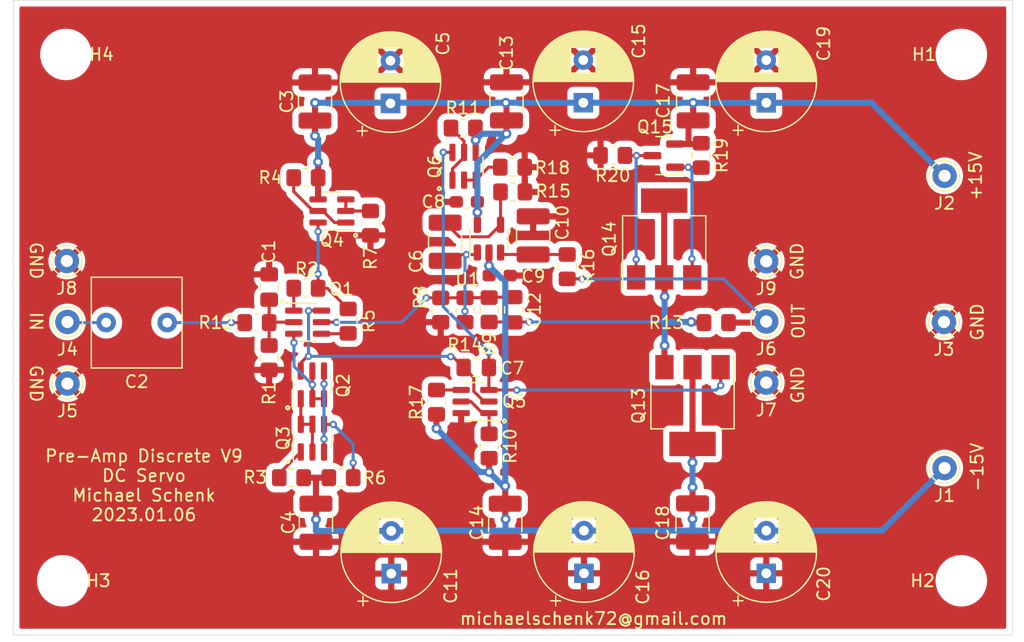
<source format=kicad_pcb>
(kicad_pcb (version 20211014) (generator pcbnew)
  (layers (0 "F.Cu" signal) (31 "B.Cu" signal) (34 "B.Paste" user) (35 "F.Paste" user) (36 "B.SilkS" user "B.Silkscreen") (37 "F.SilkS" user "F.Silkscreen") (38 "B.Mask" user) (39 "F.Mask" user) (44 "Edge.Cuts" user))
  (net 0 "")
  (net 1 "GND")
  (net 2 "+15V")
  (net 3 "Net-(C2-Pad2)")
  (net 4 "Net-(C2-Pad1)")
  (net 5 "-15V")
  (net 6 "Net-(C7-Pad1)")
  (net 7 "Net-(C10-Pad2)")
  (net 8 "Net-(C1-Pad2)")
  (net 9 "Net-(C7-Pad2)")
  (net 10 "Net-(C6-Pad2)")
  (net 11 "DCSERVO_OUT")
  (net 12 "DCSERVO_IN")
  (net 13 "Net-(Q1-Pad1)")
  (net 14 "Net-(Q1-Pad4)")
  (net 15 "Net-(Q1-Pad5)")
  (net 16 "Net-(Q3-Pad1)")
  (net 17 "Net-(Q2-Pad1)")
  (net 18 "Net-(Q14-Pad1)")
  (net 19 "Net-(Q14-Pad3)")
  (net 20 "Net-(Q2-Pad4)")
  (net 21 "Net-(Q3-Pad4)")
  (net 22 "Net-(Q4-Pad1)")
  (net 23 "Net-(Q4-Pad2)")
  (net 24 "Net-(Q4-Pad6)")
  (net 25 "Net-(Q5-Pad1)")
  (net 26 "Net-(Q5-Pad4)")
  (net 27 "Net-(Q6-Pad1)")
  (net 28 "Net-(Q6-Pad2)")
  (net 29 "Net-(Q1-Pad3)")
  (net 30 "Net-(Q13-Pad3)")
  (footprint "Capacitor_THT:C_Rect_L7.2mm_W7.2mm_P5.00mm_FKS2_FKP2_MKS2_MKP2" (layer "F.Cu") (at 134.54 122.3264 180)
    (fp_text reference "C2")
    (fp_text value "3.3uF")
  )
  (footprint "MountingHole:MountingHole_3.2mm_M3" (layer "F.Cu") (at 125.984 143.51)
    (fp_text reference "H3")
    (fp_text value "MountingHole")
  )
  (footprint "Connector_Pin:Pin_D1.0mm_L10.0mm" (layer "F.Cu") (at 126.365 122.2756)
    (fp_text reference "J4")
    (fp_text value "Conn_01x01")
  )
  (footprint "Connector_Pin:Pin_D1.0mm_L10.0mm" (layer "F.Cu") (at 126.365 127.3302)
    (fp_text reference "J5")
    (fp_text value "Conn_01x01")
  )
  (footprint "Package_SO:SC-74-6_1.5x2.9mm_P0.95mm" (layer "F.Cu") (at 158.877 109.4994 90)
    (fp_text reference "Q6")
    (fp_text value "BCM857DS,115")
  )
  (footprint "Resistor_SMD:R_0805_2012Metric_Pad1.20x1.40mm_HandSolder" (layer "F.Cu") (at 142.9004 125.206 -90)
    (fp_text reference "R1")
    (fp_text value "47k")
  )
  (footprint "Resistor_SMD:R_0805_2012Metric_Pad1.20x1.40mm_HandSolder" (layer "F.Cu") (at 145.9136 119.507 180)
    (fp_text reference "R2")
    (fp_text value "100R")
  )
  (footprint "Resistor_SMD:R_0805_2012Metric_Pad1.20x1.40mm_HandSolder" (layer "F.Cu") (at 144.7292 135.0518)
    (fp_text reference "R3")
    (fp_text value "68R")
  )
  (footprint "Resistor_SMD:R_0805_2012Metric_Pad1.20x1.40mm_HandSolder" (layer "F.Cu") (at 149.3774 122.2088 -90)
    (fp_text reference "R5")
    (fp_text value "100R")
  )
  (footprint "Resistor_SMD:R_0805_2012Metric_Pad1.20x1.40mm_HandSolder" (layer "F.Cu") (at 148.7932 135.0518 180)
    (fp_text reference "R6")
    (fp_text value "68R")
  )
  (footprint "Resistor_SMD:R_0805_2012Metric_Pad1.20x1.40mm_HandSolder" (layer "F.Cu") (at 160.9344 121.2756 90)
    (fp_text reference "R9")
    (fp_text value "10k")
  )
  (footprint "Resistor_SMD:R_0805_2012Metric_Pad1.20x1.40mm_HandSolder" (layer "F.Cu") (at 160.9344 132.4516 -90)
    (fp_text reference "R10")
    (fp_text value "1k")
  )
  (footprint "MountingHole:MountingHole_3.2mm_M3" (layer "F.Cu") (at 199.644 143.51)
    (fp_text reference "H2")
    (fp_text value "MountingHole")
  )
  (footprint "MountingHole:MountingHole_3.2mm_M3" (layer "F.Cu") (at 199.644 100.33)
    (fp_text reference "H1")
    (fp_text value "MountingHole")
  )
  (footprint "Resistor_SMD:R_0805_2012Metric_Pad1.20x1.40mm_HandSolder" (layer "F.Cu") (at 158.8102 106.3697 180)
    (fp_text reference "R11")
    (fp_text value "75R")
  )
  (footprint "MountingHole:MountingHole_3.2mm_M3" (layer "F.Cu") (at 126.238 100.33)
    (fp_text reference "H4")
    (fp_text value "MountingHole")
  )
  (footprint "Resistor_SMD:R_0805_2012Metric_Pad1.20x1.40mm_HandSolder" (layer "F.Cu") (at 156.9659 121.2944 -90)
    (fp_text reference "R8")
    (fp_text value "4.7k")
  )
  (footprint "Connector_Pin:Pin_D1.0mm_L10.0mm" (layer "F.Cu") (at 183.652176 122.2375)
    (fp_text reference "J6")
    (fp_text value "Conn_01x01")
  )
  (footprint "Connector_Pin:Pin_D1.0mm_L10.0mm" (layer "F.Cu") (at 183.652176 127.254)
    (fp_text reference "J7")
    (fp_text value "Conn_01x01")
  )
  (footprint "Resistor_SMD:R_0805_2012Metric_Pad1.20x1.40mm_HandSolder" (layer "F.Cu") (at 179.553376 122.3264 180)
    (fp_text reference "R13")
    (fp_text value "47R")
  )
  (footprint "Capacitor_SMD:C_1210_3225Metric_Pad1.33x2.70mm_HandSolder" (layer "F.Cu") (at 157.3287 115.6931 90)
    (fp_text reference "C6")
    (fp_text value "1uF/16V")
  )
  (footprint "Capacitor_SMD:C_0603_1608Metric_Pad1.08x0.95mm_HandSolder" (layer "F.Cu") (at 159.1078 112.4204)
    (fp_text reference "C8")
    (fp_text value "100nF")
  )
  (footprint "Capacitor_SMD:C_0603_1608Metric_Pad1.08x0.95mm_HandSolder" (layer "F.Cu") (at 161.798 118.4656 180)
    (fp_text reference "C9")
    (fp_text value "100nF")
  )
  (footprint "Capacitor_SMD:C_1210_3225Metric_Pad1.33x2.70mm_HandSolder" (layer "F.Cu") (at 164.5423 115.1759 -90)
    (fp_text reference "C10")
    (fp_text value "1uF/16V")
  )
  (footprint "Connector_Pin:Pin_D1.0mm_L10.0mm" (layer "F.Cu") (at 198.2724 134.2644)
    (fp_text reference "J1")
    (fp_text value "Conn_01x01")
  )
  (footprint "Connector_Pin:Pin_D1.0mm_L10.0mm" (layer "F.Cu") (at 198.2724 110.2868)
    (fp_text reference "J2")
    (fp_text value "Conn_01x01")
  )
  (footprint "Connector_Pin:Pin_D1.0mm_L10.0mm" (layer "F.Cu") (at 198.2216 122.2756)
    (fp_text reference "J3")
    (fp_text value "Conn_01x01")
  )
  (footprint "Package_SO:SC-74-6_1.5x2.9mm_P0.95mm" (layer "F.Cu") (at 146.4462 131.8061 90)
    (fp_text reference "Q3")
    (fp_text value "BCM847DS,115")
  )
  (footprint "Package_SO:SC-74-6_1.5x2.9mm_P0.95mm" (layer "F.Cu") (at 148.0464 113.168655 180)
    (fp_text reference "Q4")
    (fp_text value "BCM857DS,115")
  )
  (footprint "Resistor_SMD:R_0805_2012Metric_Pad1.20x1.40mm_HandSolder" (layer "F.Cu") (at 145.9136 110.4392 180)
    (fp_text reference "R4")
    (fp_text value "150R")
  )
  (footprint "Resistor_SMD:R_0805_2012Metric_Pad1.20x1.40mm_HandSolder" (layer "F.Cu") (at 151.2062 114.170955 -90)
    (fp_text reference "R7")
    (fp_text value "10k")
  )
  (footprint "Resistor_SMD:R_0805_2012Metric_Pad1.20x1.40mm_HandSolder" (layer "F.Cu") (at 158.9532 121.2944 90)
    (fp_text reference "R14")
    (fp_text value "47k")
  )
  (footprint "Resistor_SMD:R_0805_2012Metric_Pad1.20x1.40mm_HandSolder" (layer "F.Cu") (at 162.8648 111.6076)
    (fp_text reference "R15")
    (fp_text value "160k")
  )
  (footprint "Resistor_SMD:R_0805_2012Metric_Pad1.20x1.40mm_HandSolder" (layer "F.Cu") (at 167.3352 117.7384 90)
    (fp_text reference "R16")
    (fp_text value "160k")
  )
  (footprint "Package_TO_SOT_SMD:TSOT-23-5" (layer "F.Cu") (at 160.9203 115.4411 90)
    (fp_text reference "U1")
    (fp_text value "OPA188xxDBV")
  )
  (footprint "Capacitor_SMD:C_0805_2012Metric_Pad1.18x1.45mm_HandSolder" (layer "F.Cu") (at 159.8809 126.0094 180)
    (fp_text reference "C7")
    (fp_text value "150pF/2%/Film")
  )
  (footprint "Package_SO:SC-74-6_1.5x2.9mm_P0.95mm" (layer "F.Cu") (at 146.0555 122.2908)
    (fp_text reference "Q1")
    (fp_text value "BCM857DS,115")
  )
  (footprint "Package_SO:SC-74-6_1.5x2.9mm_P0.95mm" (layer "F.Cu") (at 146.4412 127.4373 90)
    (fp_text reference "Q2")
    (fp_text value "BCM847DS,115")
  )
  (footprint "Package_SO:SC-74-6_1.5x2.9mm_P0.95mm" (layer "F.Cu") (at 159.7754 128.8034 180)
    (fp_text reference "Q5")
    (fp_text value "BCM847DS,115")
  )
  (footprint "Resistor_SMD:R_0805_2012Metric_Pad1.20x1.40mm_HandSolder" (layer "F.Cu") (at 171.069776 108.6104 180)
    (fp_text reference "R20")
    (fp_text value "10k")
  )
  (footprint "Package_TO_SOT_SMD:SOT-223-3_TabPin2" (layer "F.Cu") (at 175.284176 115.468 90)
    (fp_text reference "Q14")
    (fp_text value "DZT5401")
  )
  (footprint "Capacitor_THT:CP_Radial_D8.0mm_P3.50mm" (layer "F.Cu") (at 168.7068 142.8952 90)
    (fp_text reference "C16")
    (fp_text value "220uF")
  )
  (footprint "Capacitor_SMD:C_1210_3225Metric_Pad1.33x2.70mm_HandSolder" (layer "F.Cu") (at 177.657776 104.1785 -90)
    (fp_text reference "C17")
    (fp_text value "100nF")
  )
  (footprint "Resistor_SMD:R_0805_2012Metric_Pad1.20x1.40mm_HandSolder" (layer "F.Cu") (at 156.6164 128.8542 -90)
    (fp_text reference "R17")
    (fp_text value "56")
  )
  (footprint "Connector_Pin:Pin_D1.0mm_L10.0mm" (layer "F.Cu") (at 126.3142 117.2718)
    (fp_text reference "J8")
    (fp_text value "Conn_01x01")
  )
  (footprint "Capacitor_THT:CP_Radial_D8.0mm_P3.50mm" (layer "F.Cu") (at 152.846212 104.3432 90)
    (fp_text reference "C5")
    (fp_text value "220uF")
  )
  (footprint "Capacitor_SMD:C_1210_3225Metric_Pad1.33x2.70mm_HandSolder" (layer "F.Cu") (at 146.7358 138.7471 -90)
    (fp_text reference "C4")
    (fp_text value "100nF")
  )
  (footprint "Package_TO_SOT_SMD:SOT-23" (layer "F.Cu") (at 175.247076 108.6256 180)
    (fp_text reference "Q15")
    (fp_text value "BC860C")
  )
  (footprint "Resistor_SMD:R_0805_2012Metric_Pad1.20x1.40mm_HandSolder" (layer "F.Cu") (at 178.318176 108.6104 -90)
    (fp_text reference "R19")
    (fp_text value "40.2R")
  )
  (footprint "Capacitor_THT:CP_Radial_D8.0mm_P3.50mm" (layer "F.Cu") (at 183.652176 104.2924 90)
    (fp_text reference "C19")
    (fp_text value "220uF")
  )
  (footprint "Connector_Pin:Pin_D1.0mm_L10.0mm" (layer "F.Cu") (at 183.652176 117.2972)
    (fp_text reference "J9")
    (fp_text value "Conn_01x01")
  )
  (footprint "Capacitor_THT:CP_Radial_D8.0mm_P3.50mm" (layer "F.Cu") (at 168.654107 104.2872 90)
    (fp_text reference "C15")
    (fp_text value "220uF")
  )
  (footprint "Capacitor_SMD:C_1210_3225Metric_Pad1.33x2.70mm_HandSolder" (layer "F.Cu") (at 162.3568 104.1785 -90)
    (fp_text reference "C13")
    (fp_text value "100nF")
  )
  (footprint "Resistor_SMD:R_0805_2012Metric_Pad1.20x1.40mm_HandSolder" (layer "F.Cu") (at 162.8488 109.5756)
    (fp_text reference "R18")
    (fp_text value "10k")
  )
  (footprint "Capacitor_SMD:C_0805_2012Metric_Pad1.18x1.45mm_HandSolder" (layer "F.Cu") (at 162.941 121.2756 90)
    (fp_text reference "C12")
    (fp_text value "10pF/COG")
  )
  (footprint "Capacitor_SMD:C_1210_3225Metric_Pad1.33x2.70mm_HandSolder" (layer "F.Cu") (at 146.6596 104.1908 -90)
    (fp_text reference "C3")
    (fp_text value "100nF")
  )
  (footprint "Resistor_SMD:R_0805_2012Metric_Pad1.20x1.40mm_HandSolder" (layer "F.Cu") (at 141.9004 122.3264)
    (fp_text reference "R12")
    (fp_text value "0R")
  )
  (footprint "Capacitor_SMD:C_1210_3225Metric_Pad1.33x2.70mm_HandSolder" (layer "F.Cu") (at 177.606976 138.7225 -90)
    (fp_text reference "C18")
    (fp_text value "100nF")
  )
  (footprint "Package_TO_SOT_SMD:SOT-223-3_TabPin2" (layer "F.Cu") (at 177.606976 129.134 -90)
    (fp_text reference "Q13")
    (fp_text value "DZT5401")
  )
  (footprint "Capacitor_SMD:C_1210_3225Metric_Pad1.33x2.70mm_HandSolder" (layer "F.Cu") (at 162.2552 138.7471 -90)
    (fp_text reference "C14")
    (fp_text value "100nF")
  )
  (footprint "Capacitor_SMD:C_0805_2012Metric_Pad1.18x1.45mm_HandSolder" (layer "F.Cu") (at 142.9004 119.4093 -90)
    (fp_text reference "C1")
    (fp_text value "33p")
  )
  (footprint "Capacitor_THT:CP_Radial_D8.0mm_P3.50mm" (layer "F.Cu") (at 183.652176 142.8952 90)
    (fp_text reference "C20")
    (fp_text value "220uF")
  )
  (footprint "Capacitor_THT:CP_Radial_D8.0mm_P3.50mm" (layer "F.Cu") (at 152.908 142.9206 90)
    (fp_text reference "C11")
    (fp_text value "220uF")
  )
  (gr_line (start 203.835 95.885) (end 121.92 95.885) (layer "Edge.Cuts") (width 0.05))
  (gr_line (start 203.835 147.955) (end 203.835 95.885) (layer "Edge.Cuts") (width 0.05))
  (gr_line (start 121.92 95.885) (end 121.92 96.52) (layer "Edge.Cuts") (width 0.05))
  (gr_line (start 121.92 96.52) (end 121.92 147.955) (layer "Edge.Cuts") (width 0.05))
  (gr_line (start 121.92 147.955) (end 203.835 147.955) (layer "Edge.Cuts") (width 0.05))
  (gr_text "GND" (at 186.2328 127.4318 90) (layer "F.SilkS") (effects (font (size 1 1))))
  (gr_text "OUT" (at 186.2836 122.2248 90) (layer "F.SilkS") (effects (font (size 1 1))))
  (gr_text "GND" (at 200.9521 122.2756 90) (layer "F.SilkS") (effects (font (size 1 1))))
  (gr_text "Pre-Amp Discrete V9\nDC Servo\nMichael Schenk\n2023.01.06" (at 132.6388 135.6868) (layer "F.SilkS") (effects (font (size 1 1))))
  (gr_text "michaelschenk72@gmail.com" (at 169.4942 146.6088) (layer "F.SilkS") (effects (font (size 1 1))))
  (gr_text "+15V" (at 200.8124 110.2868 90) (layer "F.SilkS") (effects (font (size 1 1))))
  (gr_text "°" (at 144.4244 129.7178) (layer "F.SilkS") (effects (font (size 1 1))))
  (gr_text "GND" (at 186.182 117.2972 90) (layer "F.SilkS") (effects (font (size 1 1))))
  (gr_text "IN" (at 123.7996 122.2248 270) (layer "F.SilkS") (effects (font (size 1 1))))
  (gr_text "°" (at 144.4244 134.112) (layer "F.SilkS") (effects (font (size 1 1))))
  (gr_text "GND" (at 123.7996 117.2464 270) (layer "F.SilkS") (effects (font (size 1 1))))
  (gr_text "°" (at 156.845 111.7346) (layer "F.SilkS") (effects (font (size 1 1))))
  (gr_text "-15V" (at 200.9394 134.1882 90) (layer "F.SilkS") (effects (font (size 1 1))))
  (gr_text "°" (at 149.987 115.57) (layer "F.SilkS") (effects (font (size 1 1))))
  (gr_text "°" (at 143.9418 120.9802) (layer "F.SilkS") (effects (font (size 1 1))))
  (gr_text "°" (at 162.179 130.81) (layer "F.SilkS") (effects (font (size 1 1))))
  (gr_text "GND" (at 123.7996 127.3302 270) (layer "F.SilkS") (effects (font (size 1 1))))
  (segment (start 162.3568 105.741) (end 162.3568 104.3432) (width 0.5) (layer "F.Cu") (net 2))
  (segment (start 146.6596 104.2924) (end 146.6596 105.7533) (width 0.5) (layer "F.Cu") (net 2))
  (segment (start 162.3568 104.3432) (end 162.3008 104.2872) (width 0.5) (layer "F.Cu") (net 2))
  (segment (start 146.9136 110.4392) (end 146.9136 109.1438) (width 0.5) (layer "F.Cu") (net 2))
  (segment (start 146.9089 112.218655) (end 146.9089 110.4439) (width 0.5) (layer "F.Cu") (net 2))
  (segment (start 177.657776 105.741) (end 177.657776 104.2924) (width 0.5) (layer "F.Cu") (net 2))
  (segment (start 162.3568 105.741) (end 162.3568 106.8324) (width 0.5) (layer "F.Cu") (net 2))
  (segment (start 159.827 107.3556) (end 159.827 106.3865) (width 0.5) (layer "F.Cu") (net 2))
  (segment (start 177.281776 107.6756) (end 177.281776 106.117) (width 0.5) (layer "F.Cu") (net 2))
  (segment (start 159.9703 114.3036) (end 159.9703 113.2829) (width 0.5) (layer "F.Cu") (net 2))
  (segment (start 159.827 106.3865) (end 159.8102 106.3697) (width 0.5) (layer "F.Cu") (net 2))
  (segment (start 146.9089 110.4439) (end 146.9136 110.4392) (width 0.5) (layer "F.Cu") (net 2))
  (segment (start 146.6596 107.0102) (end 146.6596 105.7533) (width 0.5) (layer "F.Cu") (net 2))
  (segment (start 159.827 108.3619) (end 159.827 107.3556) (width 0.5) (layer "F.Cu") (net 2))
  (segment (start 177.281776 107.6756) (end 178.252976 107.6756) (width 0.5) (layer "F.Cu") (net 2))
  (segment (start 159.9703 113.2829) (end 159.9703 112.4204) (width 0.5) (layer "F.Cu") (net 2))
  (segment (start 176.184576 107.6756) (end 177.281776 107.6756) (width 0.5) (layer "F.Cu") (net 2))
  (via (at 159.827 107.3556) (size 0.8) (drill 0.4) (layers "F.Cu" "B.Cu") (net 2))
  (via (at 146.6596 104.2924) (size 0.8) (drill 0.4) (layers "F.Cu" "B.Cu") (net 2))
  (via (at 146.6596 107.0102) (size 0.8) (drill 0.4) (layers "F.Cu" "B.Cu") (net 2))
  (via (at 159.9703 113.2829) (size 0.8) (drill 0.4) (layers "F.Cu" "B.Cu") (net 2))
  (via (at 162.3008 104.2872) (size 0.8) (drill 0.4) (layers "F.Cu" "B.Cu") (net 2))
  (via (at 162.3568 106.8324) (size 0.8) (drill 0.4) (layers "F.Cu" "B.Cu") (net 2))
  (via (at 177.657776 104.2924) (size 0.8) (drill 0.4) (layers "F.Cu" "B.Cu") (net 2))
  (via (at 146.9136 109.1438) (size 0.8) (drill 0.4) (layers "F.Cu" "B.Cu") (net 2))
  (segment (start 177.652576 104.2872) (end 168.654107 104.2872) (width 0.5) (layer "B.Cu") (net 2))
  (segment (start 177.657776 104.2924) (end 177.652576 104.2872) (width 0.5) (layer "B.Cu") (net 2))
  (segment (start 162.3008 104.2872) (end 150.5764 104.2872) (width 0.5) (layer "B.Cu") (net 2))
  (segment (start 168.654107 104.2872) (end 162.3008 104.2872) (width 0.5) (layer "B.Cu") (net 2))
  (segment (start 160.3502 106.8324) (end 159.827 107.3556) (width 0.5) (layer "B.Cu") (net 2))
  (segment (start 146.9136 107.2642) (end 146.6596 107.0102) (width 0.5) (layer "B.Cu") (net 2))
  (segment (start 159.9703 109.2189) (end 162.3568 106.8324) (width 0.5) (layer "B.Cu") (net 2))
  (segment (start 150.5764 104.2872) (end 150.5712 104.2924) (width 0.5) (layer "B.Cu") (net 2))
  (segment (start 150.5712 104.2924) (end 146.6596 104.2924) (width 0.5) (layer "B.Cu") (net 2))
  (segment (start 183.652176 104.2924) (end 177.657776 104.2924) (width 0.5) (layer "B.Cu") (net 2))
  (segment (start 162.3568 106.8324) (end 160.3502 106.8324) (width 0.5) (layer "B.Cu") (net 2))
  (segment (start 183.652176 104.2924) (end 192.278 104.2924) (width 0.5) (layer "B.Cu") (net 2))
  (segment (start 192.278 104.2924) (end 198.2724 110.2868) (width 0.5) (layer "B.Cu") (net 2))
  (segment (start 146.9136 109.1438) (end 146.9136 107.2642) (width 0.5) (layer "B.Cu") (net 2))
  (segment (start 159.9703 113.2829) (end 159.9703 109.2189) (width 0.5) (layer "B.Cu") (net 2))
  (segment (start 129.54 122.3264) (end 126.4158 122.3264) (width 0.25) (layer "B.Cu") (net 3))
  (segment (start 140.9004 122.3264) (end 139.8016 122.3264) (width 0.25) (layer "F.Cu") (net 4))
  (via (at 139.8016 122.3264) (size 0.6) (drill 0.3) (layers "F.Cu" "B.Cu") (net 4))
  (segment (start 139.8016 122.3264) (end 134.54 122.3264) (width 0.25) (layer "B.Cu") (net 4))
  (segment (start 146.7358 138.4808) (end 146.7358 137.1846) (width 0.5) (layer "F.Cu") (net 5))
  (segment (start 146.7358 135.0518) (end 145.7292 135.0518) (width 0.5) (layer "F.Cu") (net 5))
  (segment (start 160.9203 117.6669) (end 160.9203 118.4504) (width 0.5) (layer "F.Cu") (net 5))
  (segment (start 160.9344 133.4516) (end 160.9344 134.5946) (width 0.5) (layer "F.Cu") (net 5))
  (segment (start 177.606976 132.284) (end 177.606976 125.984) (width 0.5) (layer "F.Cu") (net 5))
  (segment (start 146.7358 137.1846) (end 146.7358 135.0518) (width 0.5) (layer "F.Cu") (net 5))
  (segment (start 177.606976 133.8072) (end 177.606976 132.284) (width 0.5) (layer "F.Cu") (net 5))
  (segment (start 162.2552 137.1846) (end 162.2552 138.43) (width 0.5) (layer "F.Cu") (net 5))
  (segment (start 160.9203 116.5786) (end 160.9203 117.6669) (width 0.5) (layer "F.Cu") (net 5))
  (segment (start 177.606976 137.16) (end 177.606976 138.43) (width 0.5) (layer "F.Cu") (net 5))
  (segment (start 147.7932 135.0518) (end 146.7358 135.0518) (width 0.5) (layer "F.Cu") (net 5))
  (segment (start 156.6164 129.8542) (end 156.6164 131.0132) (width 0.5) (layer "F.Cu") (net 5))
  (segment (start 177.606976 137.16) (end 177.606976 135.8392) (width 0.5) (layer "F.Cu") (net 5))
  (segment (start 162.2552 138.43) (end 162.2806 138.4554) (width 0.5) (layer "F.Cu") (net 5))
  (segment (start 162.2552 137.1846) (end 162.2552 135.7376) (width 0.5) (layer "F.Cu") (net 5))
  (via (at 162.2552 135.7376) (size 0.8) (drill 0.4) (layers "F.Cu" "B.Cu") (net 5))
  (via (at 177.606976 138.43) (size 0.8) (drill 0.4) (layers "F.Cu" "B.Cu") (net 5))
  (via (at 160.9203 117.6669) (size 0.8) (drill 0.4) (layers "F.Cu" "B.Cu") (net 5))
  (via (at 177.606976 135.8392) (size 0.8) (drill 0.4) (layers "F.Cu" "B.Cu") (net 5))
  (via (at 162.2806 138.4554) (size 0.8) (drill 0.4) (layers "F.Cu" "B.Cu") (net 5))
  (via (at 156.6164 131.0132) (size 0.8) (drill 0.4) (layers "F.Cu" "B.Cu") (net 5))
  (via (at 146.7358 138.4808) (size 0.8) (drill 0.4) (layers "F.Cu" "B.Cu") (net 5))
  (via (at 177.606976 133.8072) (size 0.8) (drill 0.4) (layers "F.Cu" "B.Cu") (net 5))
  (via (at 160.9344 134.5946) (size 0.8) (drill 0.4) (layers "F.Cu" "B.Cu") (net 5))
  (segment (start 177.606976 138.43) (end 177.606976 139.192) (width 0.5) (layer "B.Cu") (net 5))
  (segment (start 177.403776 139.3952) (end 168.7068 139.3952) (width 0.5) (layer "B.Cu") (net 5))
  (segment (start 183.652176 139.3952) (end 177.403776 139.3952) (width 0.5) (layer "B.Cu") (net 5))
  (segment (start 162.2552 119.0018) (end 160.9203 117.6669) (width 0.5) (layer "B.Cu") (net 5))
  (segment (start 168.7068 139.3952) (end 162.2806 139.3952) (width 0.5) (layer "B.Cu") (net 5))
  (segment (start 162.0774 135.7376) (end 160.9344 134.5946) (width 0.5) (layer "B.Cu") (net 5))
  (segment (start 162.2806 138.4554) (end 162.2806 139.3952) (width 0.5) (layer "B.Cu") (net 5))
  (segment (start 162.2552 135.7376) (end 162.0774 135.7376) (width 0.5) (layer "B.Cu") (net 5))
  (segment (start 193.1416 139.3952) (end 198.2724 134.2644) (width 0.5) (layer "B.Cu") (net 5))
  (segment (start 177.606976 139.192) (end 177.403776 139.3952) (width 0.5) (layer "B.Cu") (net 5))
  (segment (start 183.652176 139.3952) (end 193.1416 139.3952) (width 0.5) (layer "B.Cu") (net 5))
  (segment (start 177.606976 135.8392) (end 177.606976 133.8072) (width 0.5) (layer "B.Cu") (net 5))
  (segment (start 162.2806 139.3952) (end 152.9334 139.3952) (width 0.5) (layer "B.Cu") (net 5))
  (segment (start 146.7358 139.4206) (end 146.7358 138.4808) (width 0.5) (layer "B.Cu") (net 5))
  (segment (start 152.908 139.4206) (end 146.7358 139.4206) (width 0.5) (layer "B.Cu") (net 5))
  (segment (start 160.9344 134.5946) (end 160.1978 134.5946) (width 0.5) (layer "B.Cu") (net 5))
  (segment (start 162.2552 135.7376) (end 162.2552 119.0018) (width 0.5) (layer "B.Cu") (net 5))
  (segment (start 160.1978 134.5946) (end 156.6164 131.0132) (width 0.5) (layer "B.Cu") (net 5))
  (segment (start 160.9129 127.8534) (end 163.1848 127.8534) (width 0.25) (layer "F.Cu") (net 6))
  (segment (start 160.909 124.7648) (end 160.909 126) (width 0.25) (layer "F.Cu") (net 6))
  (segment (start 160.9129 126.0149) (end 160.9184 126.0094) (width 0.25) (layer "F.Cu") (net 6))
  (segment (start 163.1848 127.8534) (end 163.195 127.8636) (width 0.25) (layer "F.Cu") (net 6))
  (segment (start 160.909 126) (end 160.9184 126.0094) (width 0.25) (layer "F.Cu") (net 6))
  (segment (start 160.9129 127.8534) (end 160.9129 126.0149) (width 0.25) (layer "F.Cu") (net 6))
  (segment (start 179.918376 127.4826) (end 179.918376 125.9954) (width 0.25) (layer "F.Cu") (net 6))
  (segment (start 157.1807 108.3619) (end 157.1752 108.3564) (width 0.25) (layer "F.Cu") (net 6))
  (segment (start 157.927 108.3619) (end 157.1807 108.3619) (width 0.25) (layer "F.Cu") (net 6))
  (via (at 160.909 124.7648) (size 0.6) (drill 0.3) (layers "F.Cu" "B.Cu") (net 6))
  (via (at 179.918376 127.4826) (size 0.6) (drill 0.3) (layers "F.Cu" "B.Cu") (net 6))
  (via (at 157.1752 108.3564) (size 0.6) (drill 0.3) (layers "F.Cu" "B.Cu") (net 6))
  (via (at 163.195 127.8636) (size 0.6) (drill 0.3) (layers "F.Cu" "B.Cu") (net 6))
  (segment (start 157.1752 108.3564) (end 157.1752 121.031) (width 0.25) (layer "B.Cu") (net 6))
  (segment (start 179.537376 127.8636) (end 179.918376 127.4826) (width 0.25) (layer "B.Cu") (net 6))
  (segment (start 163.195 127.8636) (end 179.537376 127.8636) (width 0.25) (layer "B.Cu") (net 6))
  (segment (start 157.1752 121.031) (end 160.909 124.7648) (width 0.25) (layer "B.Cu") (net 6))
  (segment (start 167.3352 116.7384) (end 164.5423 116.7384) (width 0.25) (layer "F.Cu") (net 7))
  (segment (start 164.5423 116.7384) (end 161.883 116.7384) (width 0.25) (layer "F.Cu") (net 7))
  (segment (start 144.918 122.2908) (end 142.936 122.2908) (width 0.25) (layer "F.Cu") (net 8))
  (segment (start 142.936 122.2908) (end 142.9004 122.3264) (width 0.25) (layer "F.Cu") (net 8))
  (segment (start 142.9004 124.206) (end 142.9004 122.3264) (width 0.25) (layer "F.Cu") (net 8))
  (segment (start 142.9004 122.3264) (end 142.9004 120.4468) (width 0.25) (layer "F.Cu") (net 8))
  (segment (start 157.7848 125.1204) (end 157.9544 125.1204) (width 0.25) (layer "F.Cu") (net 9))
  (segment (start 146.1262 125.095) (end 146.0246 125.095) (width 0.25) (layer "F.Cu") (net 9))
  (segment (start 159.6754 126.8414) (end 158.8434 126.0094) (width 0.25) (layer "F.Cu") (net 9))
  (segment (start 160.9129 128.8034) (end 160.514004 128.8034) (width 0.25) (layer "F.Cu") (net 9))
  (segment (start 160.514004 128.8034) (end 159.6754 127.964796) (width 0.25) (layer "F.Cu") (net 9))
  (segment (start 159.6754 127.964796) (end 159.6754 126.8414) (width 0.25) (layer "F.Cu") (net 9))
  (segment (start 157.9544 125.1204) (end 158.8434 126.0094) (width 0.25) (layer "F.Cu") (net 9))
  (segment (start 146.1504 121.3408) (end 146.13 121.3612) (width 0.25) (layer "F.Cu") (net 9))
  (segment (start 147.193 121.3408) (end 146.1504 121.3408) (width 0.25) (layer "F.Cu") (net 9))
  (segment (start 146.0246 125.095) (end 145.542 125.5776) (width 0.25) (layer "F.Cu") (net 9))
  (via (at 146.1262 125.095) (size 0.6) (drill 0.3) (layers "F.Cu" "B.Cu") (net 9))
  (via (at 157.7848 125.1204) (size 0.6) (drill 0.3) (layers "F.Cu" "B.Cu") (net 9))
  (via (at 146.13 121.3612) (size 0.6) (drill 0.3) (layers "F.Cu" "B.Cu") (net 9))
  (segment (start 157.7594 125.095) (end 157.7848 125.1204) (width 0.25) (layer "B.Cu") (net 9))
  (segment (start 146.1262 121.365) (end 146.1262 125.095) (width 0.25) (layer "B.Cu") (net 9))
  (segment (start 146.13 121.3612) (end 146.1262 121.365) (width 0.25) (layer "B.Cu") (net 9))
  (segment (start 146.1262 125.095) (end 157.7594 125.095) (width 0.25) (layer "B.Cu") (net 9))
  (segment (start 161.8703 114.3036) (end 161.8703 111.6131) (width 0.25) (layer "F.Cu") (net 10))
  (segment (start 161.8703 114.3036) (end 160.8828 115.2911) (width 0.25) (layer "F.Cu") (net 10))
  (segment (start 158.4892 115.2911) (end 157.3287 114.1306) (width 0.25) (layer "F.Cu") (net 10))
  (segment (start 160.8828 115.2911) (end 158.4892 115.2911) (width 0.25) (layer "F.Cu") (net 10))
  (segment (start 159.0686 116.7511) (end 157.8332 116.7511) (width 0.25) (layer "F.Cu") (net 11))
  (segment (start 158.9532 122.2944) (end 158.9532 121.3939) (width 0.25) (layer "F.Cu") (net 11))
  (segment (start 159.9703 116.7511) (end 159.0686 116.7511) (width 0.25) (layer "F.Cu") (net 11))
  (via (at 159.0686 116.7511) (size 0.6) (drill 0.3) (layers "F.Cu" "B.Cu") (net 11))
  (via (at 158.9532 121.3939) (size 0.6) (drill 0.3) (layers "F.Cu" "B.Cu") (net 11))
  (segment (start 158.9532 121.3939) (end 158.9532 116.8665) (width 0.25) (layer "B.Cu") (net 11))
  (segment (start 158.9532 116.8665) (end 159.0686 116.7511) (width 0.25) (layer "B.Cu") (net 11))
  (segment (start 167.3352 118.7384) (end 168.5478 118.7384) (width 0.25) (layer "F.Cu") (net 12))
  (segment (start 180.553376 122.3264) (end 183.563276 122.3264) (width 0.5) (layer "F.Cu") (net 12))
  (segment (start 168.5478 118.7384) (end 168.5544 118.745) (width 0.25) (layer "F.Cu") (net 12))
  (via (at 168.5544 118.745) (size 0.6) (drill 0.3) (layers "F.Cu" "B.Cu") (net 12))
  (segment (start 180.159676 118.745) (end 183.652176 122.2375) (width 0.25) (layer "B.Cu") (net 12))
  (segment (start 168.5544 118.745) (end 180.159676 118.745) (width 0.25) (layer "B.Cu") (net 12))
  (segment (start 144.918 121.3408) (end 144.918 119.5114) (width 0.25) (layer "F.Cu") (net 13))
  (segment (start 144.918 119.5114) (end 144.9136 119.507) (width 0.25) (layer "F.Cu") (net 13))
  (segment (start 147.193 123.2408) (end 149.3454 123.2408) (width 0.25) (layer "F.Cu") (net 14))
  (segment (start 149.3454 123.2408) (end 149.3774 123.2088) (width 0.25) (layer "F.Cu") (net 14))
  (segment (start 148.403535 122.2908) (end 148.41995 122.307215) (width 0.25) (layer "F.Cu") (net 15))
  (segment (start 155.7782 120.2944) (end 156.9659 120.2944) (width 0.25) (layer "F.Cu") (net 15))
  (segment (start 160.9344 120.2756) (end 158.972 120.2756) (width 0.25) (layer "F.Cu") (net 15))
  (segment (start 162.941 120.2381) (end 160.9719 120.2381) (width 0.25) (layer "F.Cu") (net 15))
  (segment (start 158.9532 120.2944) (end 156.9659 120.2944) (width 0.25) (layer "F.Cu") (net 15))
  (segment (start 160.9719 120.2381) (end 160.9344 120.2756) (width 0.25) (layer "F.Cu") (net 15))
  (segment (start 147.193 122.2908) (end 148.403535 122.2908) (width 0.25) (layer "F.Cu") (net 15))
  (via (at 155.7782 120.2944) (size 0.6) (drill 0.3) (layers "F.Cu" "B.Cu") (net 15))
  (via (at 148.41995 122.307215) (size 0.6) (drill 0.3) (layers "F.Cu" "B.Cu") (net 15))
  (segment (start 148.41995 122.307215) (end 153.765385 122.307215) (width 0.25) (layer "B.Cu") (net 15))
  (segment (start 153.765385 122.307215) (end 155.7782 120.2944) (width 0.25) (layer "B.Cu") (net 15))
  (segment (start 143.7292 134.7106) (end 145.4962 132.9436) (width 0.25) (layer "F.Cu") (net 16))
  (segment (start 143.7292 135.0518) (end 143.7292 134.7106) (width 0.25) (layer "F.Cu") (net 16))
  (segment (start 146.4462 132.9436) (end 146.4462 130.6686) (width 0.25) (layer "F.Cu") (net 17))
  (segment (start 145.4962 128.5798) (end 145.4912 128.5748) (width 0.25) (layer "F.Cu") (net 17))
  (segment (start 146.4462 130.6686) (end 145.4962 130.6686) (width 0.25) (layer "F.Cu") (net 17))
  (segment (start 145.4962 130.6686) (end 145.4962 128.5798) (width 0.25) (layer "F.Cu") (net 17))
  (segment (start 172.984176 118.618) (end 172.984176 117.1448) (width 0.25) (layer "F.Cu") (net 18))
  (segment (start 173.019776 108.6256) (end 172.084976 108.6256) (width 0.25) (layer "F.Cu") (net 18))
  (segment (start 174.309576 108.6256) (end 173.019776 108.6256) (width 0.25) (layer "F.Cu") (net 18))
  (via (at 173.019776 108.6256) (size 0.6) (drill 0.3) (layers "F.Cu" "B.Cu") (net 18))
  (via (at 172.984176 117.1448) (size 0.6) (drill 0.3) (layers "F.Cu" "B.Cu") (net 18))
  (segment (start 172.984176 117.1448) (end 172.984176 108.6612) (width 0.25) (layer "B.Cu") (net 18))
  (segment (start 172.984176 108.6612) (end 173.019776 108.6256) (width 0.25) (layer "B.Cu") (net 18))
  (segment (start 177.584176 117.122) (end 177.556176 117.094) (width 0.25) (layer "F.Cu") (net 19))
  (segment (start 176.184576 109.5756) (end 177.251376 109.5756) (width 0.25) (layer "F.Cu") (net 19))
  (segment (start 177.584176 118.618) (end 177.584176 117.122) (width 0.25) (layer "F.Cu") (net 19))
  (segment (start 177.251376 109.5756) (end 178.283376 109.5756) (width 0.25) (layer "F.Cu") (net 19))
  (via (at 177.556176 117.094) (size 0.6) (drill 0.3) (layers "F.Cu" "B.Cu") (net 19))
  (via (at 177.251376 109.5756) (size 0.6) (drill 0.3) (layers "F.Cu" "B.Cu") (net 19))
  (segment (start 177.556176 117.094) (end 177.556176 109.8804) (width 0.25) (layer "B.Cu") (net 19))
  (segment (start 177.556176 109.8804) (end 177.251376 109.5756) (width 0.25) (layer "B.Cu") (net 19))
  (segment (start 147.3962 127.3628) (end 147.3962 126.3048) (width 0.25) (layer "F.Cu") (net 20))
  (segment (start 147.3962 132.9436) (end 147.3962 131.8806) (width 0.25) (layer "F.Cu") (net 20))
  (segment (start 147.3962 126.3048) (end 147.3912 126.2998) (width 0.25) (layer "F.Cu") (net 20))
  (via (at 147.3962 127.3628) (size 0.6) (drill 0.3) (layers "F.Cu" "B.Cu") (net 20))
  (via (at 147.3962 131.8806) (size 0.6) (drill 0.3) (layers "F.Cu" "B.Cu") (net 20))
  (segment (start 147.3962 131.8806) (end 147.3962 127.3628) (width 0.25) (layer "B.Cu") (net 20))
  (segment (start 149.7932 135.0518) (end 149.7932 133.842) (width 0.25) (layer "F.Cu") (net 21))
  (segment (start 149.7932 133.842) (end 149.7838 133.8326) (width 0.25) (layer "F.Cu") (net 21))
  (segment (start 148.1582 130.683) (end 147.4106 130.683) (width 0.25) (layer "F.Cu") (net 21))
  (segment (start 147.4106 130.683) (end 147.3962 130.6686) (width 0.25) (layer "F.Cu") (net 21))
  (via (at 148.1582 130.683) (size 0.6) (drill 0.3) (layers "F.Cu" "B.Cu") (net 21))
  (via (at 149.7838 133.8326) (size 0.6) (drill 0.3) (layers "F.Cu" "B.Cu") (net 21))
  (segment (start 148.1582 130.683) (end 149.7838 132.3086) (width 0.25) (layer "B.Cu") (net 21))
  (segment (start 149.7838 132.3086) (end 149.7838 133.8326) (width 0.25) (layer "B.Cu") (net 21))
  (segment (start 146.9089 113.168655) (end 146.510004 113.168655) (width 0.25) (layer "F.Cu") (net 22))
  (segment (start 146.510004 113.168655) (end 144.9136 111.572251) (width 0.25) (layer "F.Cu") (net 22))
  (segment (start 147.307796 113.168655) (end 146.9089 113.168655) (width 0.25) (layer "F.Cu") (net 22))
  (segment (start 148.257796 114.118655) (end 147.307796 113.168655) (width 0.25) (layer "F.Cu") (net 22))
  (segment (start 149.1839 114.118655) (end 148.257796 114.118655) (width 0.25) (layer "F.Cu") (net 22))
  (segment (start 144.9136 111.572251) (end 144.9136 110.4392) (width 0.25) (layer "F.Cu") (net 22))
  (segment (start 149.1862 113.170955) (end 149.1839 113.168655) (width 0.25) (layer "F.Cu") (net 23))
  (segment (start 149.1839 113.168655) (end 149.1839 112.218655) (width 0.25) (layer "F.Cu") (net 23))
  (segment (start 151.2062 113.170955) (end 149.1862 113.170955) (width 0.25) (layer "F.Cu") (net 23))
  (segment (start 146.9089 114.118655) (end 146.9089 114.8541) (width 0.25) (layer "F.Cu") (net 24))
  (segment (start 146.9136 118.3386) (end 146.9136 119.507) (width 0.25) (layer "F.Cu") (net 24))
  (segment (start 146.9089 114.8541) (end 146.9136 114.8588) (width 0.25) (layer "F.Cu") (net 24))
  (segment (start 146.9136 119.507) (end 147.6756 119.507) (width 0.25) (layer "F.Cu") (net 24))
  (segment (start 147.6756 119.507) (end 149.3774 121.2088) (width 0.25) (layer "F.Cu") (net 24))
  (via (at 146.9136 118.3386) (size 0.6) (drill 0.3) (layers "F.Cu" "B.Cu") (net 24))
  (via (at 146.9136 114.8588) (size 0.6) (drill 0.3) (layers "F.Cu" "B.Cu") (net 24))
  (segment (start 146.9136 114.8588) (end 146.9136 118.3386) (width 0.25) (layer "B.Cu") (net 24))
  (segment (start 159.4358 128.8034) (end 158.6379 128.8034) (width 0.25) (layer "F.Cu") (net 25))
  (segment (start 160.3858 129.7534) (end 159.4358 128.8034) (width 0.25) (layer "F.Cu") (net 25))
  (segment (start 160.9129 129.7534) (end 160.3858 129.7534) (width 0.25) (layer "F.Cu") (net 25))
  (segment (start 160.9344 129.7749) (end 160.9129 129.7534) (width 0.25) (layer "F.Cu") (net 25))
  (segment (start 160.9344 131.4516) (end 160.9344 129.7749) (width 0.25) (layer "F.Cu") (net 25))
  (segment (start 158.6379 127.8534) (end 156.6172 127.8534) (width 0.25) (layer "F.Cu") (net 26))
  (segment (start 156.6172 127.8534) (end 156.6164 127.8542) (width 0.25) (layer "F.Cu") (net 26))
  (segment (start 158.877 108.3619) (end 158.877 107.4365) (width 0.25) (layer "F.Cu") (net 27))
  (segment (start 157.927 109.710796) (end 158.877 108.760796) (width 0.25) (layer "F.Cu") (net 27))
  (segment (start 158.877 107.4365) (end 157.8102 106.3697) (width 0.25) (layer "F.Cu") (net 27))
  (segment (start 158.877 108.760796) (end 158.877 108.3619) (width 0.25) (layer "F.Cu") (net 27))
  (segment (start 157.927 110.6369) (end 157.927 109.710796) (width 0.25) (layer "F.Cu") (net 27))
  (segment (start 158.877 110.6369) (end 159.827 110.6369) (width 0.25) (layer "F.Cu") (net 28))
  (segment (start 161.8488 109.5756) (end 160.8883 109.5756) (width 0.25) (layer "F.Cu") (net 28))
  (segment (start 160.8883 109.5756) (end 159.827 110.6369) (width 0.25) (layer "F.Cu") (net 28))
  (segment (start 144.918 123.963) (end 144.9324 123.9774) (width 0.25) (layer "F.Cu") (net 29))
  (segment (start 144.918 123.2408) (end 144.918 123.963) (width 0.25) (layer "F.Cu") (net 29))
  (segment (start 146.4412 127.4216) (end 146.4412 126.2998) (width 0.25) (layer "F.Cu") (net 29))
  (segment (start 147.3912 128.5748) (end 146.4412 128.5748) (width 0.25) (layer "F.Cu") (net 29))
  (segment (start 146.4412 128.5748) (end 146.4412 127.4216) (width 0.25) (layer "F.Cu") (net 29))
  (via (at 144.9324 123.9774) (size 0.6) (drill 0.3) (layers "F.Cu" "B.Cu") (net 29))
  (via (at 146.4412 127.4216) (size 0.6) (drill 0.3) (layers "F.Cu" "B.Cu") (net 29))
  (segment (start 144.9324 125.9128) (end 146.4412 127.4216) (width 0.25) (layer "B.Cu") (net 29))
  (segment (start 144.9324 123.9774) (end 144.9324 125.9128) (width 0.25) (layer "B.Cu") (net 29))
  (segment (start 175.306976 125.984) (end 175.306976 124.22) (width 0.5) (layer "F.Cu") (net 30))
  (segment (start 177.556176 122.3264) (end 177.505376 122.2756) (width 0.5) (layer "F.Cu") (net 30))
  (segment (start 160.9344 122.2756) (end 164.2364 122.2756) (width 0.25) (layer "F.Cu") (net 30))
  (segment (start 175.306976 124.22) (end 175.320976 124.206) (width 0.5) (layer "F.Cu") (net 30))
  (segment (start 175.284176 118.618) (end 175.284176 112.318) (width 0.5) (layer "F.Cu") (net 30))
  (segment (start 178.553376 122.3264) (end 177.556176 122.3264) (width 0.5) (layer "F.Cu") (net 30))
  (segment (start 175.320976 120.1928) (end 175.320976 118.6548) (width 0.5) (layer "F.Cu") (net 30))
  (via (at 175.320976 120.1928) (size 0.8) (drill 0.4) (layers "F.Cu" "B.Cu") (net 30))
  (via (at 175.320976 124.206) (size 0.8) (drill 0.4) (layers "F.Cu" "B.Cu") (net 30))
  (via (at 164.2364 122.2756) (size 0.6) (drill 0.3) (layers "F.Cu" "B.Cu") (net 30))
  (via (at 177.505376 122.2756) (size 0.8) (drill 0.4) (layers "F.Cu" "B.Cu") (net 30))
  (segment (start 175.320976 124.206) (end 175.320976 122.3772) (width 0.5) (layer "B.Cu") (net 30))
  (segment (start 175.320976 122.3772) (end 175.320976 120.1928) (width 0.5) (layer "B.Cu") (net 30))
  (segment (start 175.422576 122.2756) (end 175.320976 122.3772) (width 0.5) (layer "B.Cu") (net 30))
  (segment (start 177.505376 122.2756) (end 175.422576 122.2756) (width 0.5) (layer "B.Cu") (net 30))
  (segment (start 164.2364 122.2756) (end 175.422576 122.2756) (width 0.25) (layer "B.Cu") (net 30))
  (zone (net 1) (net_name "GND") (layer "F.Cu") (connect_pads (clearance 0.508)) (min_thickness 0.254) (fill yes (thermal_gap 0.508) (thermal_bridge_width 0.508))
    (polygon (pts (xy 203.835 147.955) (xy 121.92 147.955) (xy 121.92 95.885) (xy 203.835 95.885)))
  )
)
</source>
